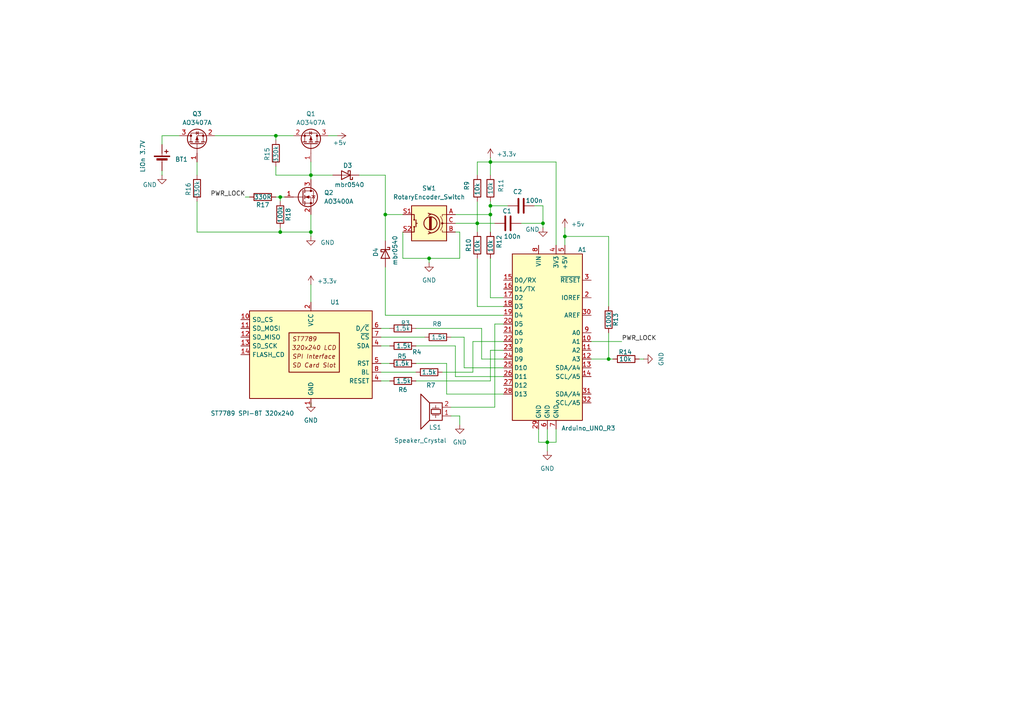
<source format=kicad_sch>
(kicad_sch (version 20250114) (generator "eeschema") (generator_version "9.0")
  (paper "A4")
  (lib_symbols
    (symbol "Device:Battery_Cell" (pin_numbers (hide yes)) (pin_names (offset 0) (hide yes))
      (property "Reference" "BT" (at 2.54 2.54 0))
      (property "Value" "Battery_Cell" (at 2.54 0 0))
      (symbol "Battery_Cell_0_1"
        (rectangle (start -2.286 1.778) (end 2.286 1.524) (fill (type outline)))
        (rectangle (start -1.524 1.016) (end 1.524 0.508) (fill (type outline)))
        (polyline (pts (xy 0 1.778) (xy 0 2.54)))
        (polyline (pts (xy 0 0.762) (xy 0 0)))
        (polyline (pts (xy 0.762 3.048) (xy 1.778 3.048)) (stroke (width 0.254)))
        (polyline (pts (xy 1.27 3.556) (xy 1.27 2.54)) (stroke (width 0.254)))
      )
      (symbol "Battery_Cell_1_1"
        (pin passive line (at 0 5.08 270) (length 2.54) (name "+") (number "1"))
        (pin passive line (at 0 -2.54 90) (length 2.54) (name "-") (number "2"))
      )
    )
    (symbol "Device:C" (pin_numbers (hide yes)) (pin_names (offset 0.254))
      (property "Reference" "C" (at 0.635 2.54 0))
      (property "Value" "C" (at 0.635 -2.54 0))
      (symbol "C_0_1"
        (polyline (pts (xy -2.032 0.762) (xy 2.032 0.762)) (stroke (width 0.508)))
        (polyline (pts (xy -2.032 -0.762) (xy 2.032 -0.762)) (stroke (width 0.508)))
      )
      (symbol "C_1_1"
        (pin passive line (at 0 3.81 270) (length 2.794) (name "~") (number "1"))
        (pin passive line (at 0 -3.81 90) (length 2.794) (name "~") (number "2"))
      )
    )
    (symbol "Device:D_Schottky" (pin_numbers (hide yes)) (pin_names (offset 1.016) (hide yes))
      (property "Reference" "D" (at 0 2.54 0))
      (property "Value" "D_Schottky" (at 0 -2.54 0))
      (symbol "D_Schottky_0_1"
        (polyline (pts (xy -1.905 0.635) (xy -1.905 1.27) (xy -1.27 1.27) (xy -1.27 -1.27) (xy -0.635 -1.27) (xy -0.635 -0.635)) (stroke (width 0.254)))
        (polyline (pts (xy 1.27 1.27) (xy 1.27 -1.27) (xy -1.27 0) (xy 1.27 1.27)) (stroke (width 0.254)))
        (polyline (pts (xy 1.27 0) (xy -1.27 0)))
      )
      (symbol "D_Schottky_1_1"
        (pin passive line (at -3.81 0 0) (length 2.54) (name "K") (number "1"))
        (pin passive line (at 3.81 0 180) (length 2.54) (name "A") (number "2"))
      )
    )
    (symbol "Device:R" (pin_numbers (hide yes)) (pin_names (offset 0))
      (property "Reference" "R" (at 2.032 0 90))
      (property "Value" "R" (at 0 0 90))
      (symbol "R_0_1"
        (rectangle (start -1.016 -2.54) (end 1.016 2.54) (stroke (width 0.254)))
      )
      (symbol "R_1_1"
        (pin passive line (at 0 3.81 270) (length 1.27) (name "~") (number "1"))
        (pin passive line (at 0 -3.81 90) (length 1.27) (name "~") (number "2"))
      )
    )
    (symbol "Device:RotaryEncoder_Switch" (pin_names (offset 0.254) (hide yes))
      (property "Reference" "SW" (at 0 6.604 0))
      (property "Value" "RotaryEncoder_Switch" (at 0 -6.604 0))
      (symbol "RotaryEncoder_Switch_0_1"
        (rectangle (start -5.08 5.08) (end 5.08 -5.08) (stroke (width 0.254)) (fill (type background)))
        (polyline (pts (xy -5.08 2.54) (xy -3.81 2.54) (xy -3.81 2.032)))
        (polyline (pts (xy -5.08 0) (xy -3.81 0) (xy -3.81 -1.016) (xy -3.302 -2.032)))
        (polyline (pts (xy -5.08 -2.54) (xy -3.81 -2.54) (xy -3.81 -2.032)))
        (polyline (pts (xy -4.318 0) (xy -3.81 0) (xy -3.81 1.016) (xy -3.302 2.032)))
        (circle (center -3.81 0) (radius 0.254) (fill (type outline)))
        (polyline (pts (xy -0.635 -1.778) (xy -0.635 1.778)) (stroke (width 0.254)))
        (circle (center -0.381 0) (radius 1.905) (stroke (width 0.254)))
        (polyline (pts (xy -0.381 -1.778) (xy -0.381 1.778)) (stroke (width 0.254)))
        (arc (start -0.381 -2.794) (mid -3.0988 -0.0635) (end -0.381 2.667) (stroke (width 0.254)))
        (polyline (pts (xy -0.127 1.778) (xy -0.127 -1.778)) (stroke (width 0.254)))
        (polyline (pts (xy 0.254 2.921) (xy -0.508 2.667) (xy 0.127 2.286)) (stroke (width 0.254)))
        (polyline (pts (xy 0.254 -3.048) (xy -0.508 -2.794) (xy 0.127 -2.413)) (stroke (width 0.254)))
        (polyline (pts (xy 3.81 1.016) (xy 3.81 -1.016)) (stroke (width 0.254)))
        (polyline (pts (xy 3.81 0) (xy 3.429 0)) (stroke (width 0.254)))
        (circle (center 4.318 1.016) (radius 0.127) (stroke (width 0.254)))
        (circle (center 4.318 -1.016) (radius 0.127) (stroke (width 0.254)))
        (polyline (pts (xy 5.08 2.54) (xy 4.318 2.54) (xy 4.318 1.016)) (stroke (width 0.254)))
        (polyline (pts (xy 5.08 -2.54) (xy 4.318 -2.54) (xy 4.318 -1.016)) (stroke (width 0.254)))
      )
      (symbol "RotaryEncoder_Switch_1_1"
        (pin passive line (at -7.62 2.54 0) (length 2.54) (name "A") (number "A"))
        (pin passive line (at -7.62 0 0) (length 2.54) (name "C") (number "C"))
        (pin passive line (at -7.62 -2.54 0) (length 2.54) (name "B") (number "B"))
        (pin passive line (at 7.62 2.54 180) (length 2.54) (name "S1") (number "S1"))
        (pin passive line (at 7.62 -2.54 180) (length 2.54) (name "S2") (number "S2"))
      )
    )
    (symbol "Device:Speaker_Crystal" (pin_names (offset 0) (hide yes))
      (property "Reference" "LS" (at 0.635 5.715 0))
      (property "Value" "Speaker_Crystal" (at 0.635 3.81 0))
      (symbol "Speaker_Crystal_0_0"
        (rectangle (start -2.54 1.27) (end 1.143 -3.81) (stroke (width 0.254)))
        (rectangle (start -2.032 -0.635) (end 0.635 -1.905) (stroke (width 0.254)))
        (polyline (pts (xy -1.651 -0.254) (xy 0.381 -0.254)))
        (polyline (pts (xy -1.651 -2.286) (xy 0.381 -2.286)))
        (polyline (pts (xy -0.635 -0.254) (xy -0.635 0.508)))
        (polyline (pts (xy -0.635 -2.286) (xy -0.635 -3.048)))
        (polyline (pts (xy 1.143 1.27) (xy 3.683 3.81) (xy 3.683 -6.35) (xy 1.143 -3.81)) (stroke (width 0.254)))
      )
      (symbol "Speaker_Crystal_1_1"
        (pin input line (at -5.08 0 0) (length 2.54) (name "1") (number "1"))
        (pin input line (at -5.08 -2.54 0) (length 2.54) (name "2") (number "2"))
      )
    )
    (symbol "Driver_Display:CR2013-MI2120" (pin_names (offset 0.762))
      (property "Reference" "U?" (at -3.0165 17.78 0))
      (property "Value" "ST7789 SPI-8T 320x240" (at -3.0165 15.24 0))
      (symbol "CR2013-MI2120_0_0"
        (text "SPI Interface" (at -5.461 -0.508 0) (effects (font (size 1.27 1.27) (italic yes)) (justify left)))
        (text "SD Card Slot" (at -5.461 -3.048 0) (effects (font (size 1.27 1.27) (italic yes)) (justify left)))
        (text "320x240 LCD" (at 0.889 2.032 0) (effects (font (size 1.27 1.27) (italic yes))))
      )
      (symbol "CR2013-MI2120_0_1"
        (rectangle (start -17.78 12.7) (end 17.78 -12.7) (stroke (width 0.254)) (fill (type background)))
        (rectangle (start -6.35 6.35) (end 8.255 -5.08) (stroke (width 0.254)))
      )
      (symbol "CR2013-MI2120_1_0"
        (text "ST7789" (at -5.461 4.572 0) (effects (font (size 1.27 1.27) (italic yes)) (justify left)))
      )
      (symbol "CR2013-MI2120_1_1"
        (pin input line (at -20.32 10.16 0) (length 2.54) (name "SD_CS") (number "10"))
        (pin input line (at -20.32 7.62 0) (length 2.54) (name "SD_MOSI") (number "11"))
        (pin output line (at -20.32 5.08 0) (length 2.54) (name "SD_MISO") (number "12"))
        (pin input line (at -20.32 2.54 0) (length 2.54) (name "SD_SCK") (number "13"))
        (pin input line (at -20.32 0 0) (length 2.54) (name "FLASH_CD") (number "14"))
        (pin power_in line (at 0 15.24 270) (length 2.54) (name "VCC") (number "2"))
        (pin power_in line (at 0 -15.24 90) (length 2.54) (name "GND") (number "1"))
        (pin input line (at 20.32 7.62 180) (length 2.54) (name "D/~{C}") (number "6"))
        (pin input line (at 20.32 5.08 180) (length 2.54) (name "~{CS}") (number "7"))
        (pin input line (at 20.32 2.54 180) (length 2.54) (name "SDA") (number "4"))
        (pin input line (at 20.32 -2.54 180) (length 2.54) (name "RST") (number "5"))
        (pin input line (at 20.32 -5.08 180) (length 2.54) (name "BL") (number "8"))
        (pin input line (at 20.32 -7.62 180) (length 2.54) (name "RESET") (number "4"))
      )
    )
    (symbol "MCU_Module:Arduino_UNO_R3"
      (property "Reference" "A" (at -10.16 23.495 0))
      (property "Value" "Arduino_UNO_R3" (at 5.08 -26.67 0))
      (symbol "Arduino_UNO_R3_0_1"
        (rectangle (start -10.16 22.86) (end 10.16 -25.4) (stroke (width 0.254)) (fill (type background)))
      )
      (symbol "Arduino_UNO_R3_1_1"
        (pin bidirectional line (at -12.7 15.24 0) (length 2.54) (name "D0/RX") (number "15"))
        (pin bidirectional line (at -12.7 12.7 0) (length 2.54) (name "D1/TX") (number "16"))
        (pin bidirectional line (at -12.7 10.16 0) (length 2.54) (name "D2") (number "17"))
        (pin bidirectional line (at -12.7 7.62 0) (length 2.54) (name "D3") (number "18"))
        (pin bidirectional line (at -12.7 5.08 0) (length 2.54) (name "D4") (number "19"))
        (pin bidirectional line (at -12.7 2.54 0) (length 2.54) (name "D5") (number "20"))
        (pin bidirectional line (at -12.7 0 0) (length 2.54) (name "D6") (number "21"))
        (pin bidirectional line (at -12.7 -2.54 0) (length 2.54) (name "D7") (number "22"))
        (pin bidirectional line (at -12.7 -5.08 0) (length 2.54) (name "D8") (number "23"))
        (pin bidirectional line (at -12.7 -7.62 0) (length 2.54) (name "D9") (number "24"))
        (pin bidirectional line (at -12.7 -10.16 0) (length 2.54) (name "D10") (number "25"))
        (pin bidirectional line (at -12.7 -12.7 0) (length 2.54) (name "D11") (number "26"))
        (pin bidirectional line (at -12.7 -15.24 0) (length 2.54) (name "D12") (number "27"))
        (pin bidirectional line (at -12.7 -17.78 0) (length 2.54) (name "D13") (number "28"))
        (pin no_connect line (at -10.16 -20.32 0) (length 2.54) (hide yes) (name "NC") (number "1"))
        (pin power_in line (at -2.54 25.4 270) (length 2.54) (name "VIN") (number "8"))
        (pin power_in line (at -2.54 -27.94 90) (length 2.54) (name "GND") (number "29"))
        (pin power_in line (at 0 -27.94 90) (length 2.54) (name "GND") (number "6"))
        (pin power_out line (at 2.54 25.4 270) (length 2.54) (name "3V3") (number "4"))
        (pin power_in line (at 2.54 -27.94 90) (length 2.54) (name "GND") (number "7"))
        (pin power_out line (at 5.08 25.4 270) (length 2.54) (name "+5V") (number "5"))
        (pin input line (at 12.7 15.24 180) (length 2.54) (name "~{RESET}") (number "3"))
        (pin output line (at 12.7 10.16 180) (length 2.54) (name "IOREF") (number "2"))
        (pin input line (at 12.7 5.08 180) (length 2.54) (name "AREF") (number "30"))
        (pin bidirectional line (at 12.7 0 180) (length 2.54) (name "A0") (number "9"))
        (pin bidirectional line (at 12.7 -2.54 180) (length 2.54) (name "A1") (number "10"))
        (pin bidirectional line (at 12.7 -5.08 180) (length 2.54) (name "A2") (number "11"))
        (pin bidirectional line (at 12.7 -7.62 180) (length 2.54) (name "A3") (number "12"))
        (pin bidirectional line (at 12.7 -10.16 180) (length 2.54) (name "SDA/A4") (number "13"))
        (pin bidirectional line (at 12.7 -12.7 180) (length 2.54) (name "SCL/A5") (number "14"))
        (pin bidirectional line (at 12.7 -17.78 180) (length 2.54) (name "SDA/A4") (number "31"))
        (pin bidirectional line (at 12.7 -20.32 180) (length 2.54) (name "SCL/A5") (number "32"))
      )
    )
    (symbol "Transistor_FET:AO3400A" (pin_names (hide yes))
      (property "Reference" "Q" (at 5.08 1.905 0))
      (property "Value" "AO3400A" (at 5.08 0 0))
      (symbol "AO3400A_0_1"
        (polyline (pts (xy 0.254 1.905) (xy 0.254 -1.905)) (stroke (width 0.254)))
        (polyline (pts (xy 0.254 0) (xy -2.54 0)))
        (polyline (pts (xy 0.762 2.286) (xy 0.762 1.27)) (stroke (width 0.254)))
        (polyline (pts (xy 0.762 0.508) (xy 0.762 -0.508)) (stroke (width 0.254)))
        (polyline (pts (xy 0.762 -1.27) (xy 0.762 -2.286)) (stroke (width 0.254)))
        (polyline (pts (xy 0.762 -1.778) (xy 3.302 -1.778) (xy 3.302 1.778) (xy 0.762 1.778)))
        (polyline (pts (xy 1.016 0) (xy 2.032 0.381) (xy 2.032 -0.381) (xy 1.016 0)) (fill (type outline)))
        (circle (center 1.651 0) (radius 2.794) (stroke (width 0.254)))
        (polyline (pts (xy 2.54 2.54) (xy 2.54 1.778)))
        (circle (center 2.54 1.778) (radius 0.254) (fill (type outline)))
        (circle (center 2.54 -1.778) (radius 0.254) (fill (type outline)))
        (polyline (pts (xy 2.54 -2.54) (xy 2.54 0) (xy 0.762 0)))
        (polyline (pts (xy 2.794 0.508) (xy 2.921 0.381) (xy 3.683 0.381) (xy 3.81 0.254)))
        (polyline (pts (xy 3.302 0.381) (xy 2.921 -0.254) (xy 3.683 -0.254) (xy 3.302 0.381)))
      )
      (symbol "AO3400A_1_1"
        (pin input line (at -5.08 0 0) (length 2.54) (name "G") (number "1"))
        (pin passive line (at 2.54 5.08 270) (length 2.54) (name "D") (number "3"))
        (pin passive line (at 2.54 -5.08 90) (length 2.54) (name "S") (number "2"))
      )
    )
    (symbol "Transistor_FET:AO3401A" (pin_names (hide yes))
      (property "Reference" "Q" (at 5.08 1.905 0))
      (property "Value" "AO3401A" (at 5.08 0 0))
      (symbol "AO3401A_0_1"
        (polyline (pts (xy 0.254 1.905) (xy 0.254 -1.905)) (stroke (width 0.254)))
        (polyline (pts (xy 0.254 0) (xy -2.54 0)))
        (polyline (pts (xy 0.762 2.286) (xy 0.762 1.27)) (stroke (width 0.254)))
        (polyline (pts (xy 0.762 1.778) (xy 3.302 1.778) (xy 3.302 -1.778) (xy 0.762 -1.778)))
        (polyline (pts (xy 0.762 0.508) (xy 0.762 -0.508)) (stroke (width 0.254)))
        (polyline (pts (xy 0.762 -1.27) (xy 0.762 -2.286)) (stroke (width 0.254)))
        (circle (center 1.651 0) (radius 2.794) (stroke (width 0.254)))
        (polyline (pts (xy 2.286 0) (xy 1.27 0.381) (xy 1.27 -0.381) (xy 2.286 0)) (fill (type outline)))
        (polyline (pts (xy 2.54 2.54) (xy 2.54 1.778)))
        (circle (center 2.54 1.778) (radius 0.254) (fill (type outline)))
        (circle (center 2.54 -1.778) (radius 0.254) (fill (type outline)))
        (polyline (pts (xy 2.54 -2.54) (xy 2.54 0) (xy 0.762 0)))
        (polyline (pts (xy 2.794 -0.508) (xy 2.921 -0.381) (xy 3.683 -0.381) (xy 3.81 -0.254)))
        (polyline (pts (xy 3.302 -0.381) (xy 2.921 0.254) (xy 3.683 0.254) (xy 3.302 -0.381)))
      )
      (symbol "AO3401A_1_1"
        (pin input line (at -5.08 0 0) (length 2.54) (name "G") (number "1"))
        (pin passive line (at 2.54 5.08 270) (length 2.54) (name "D") (number "3"))
        (pin passive line (at 2.54 -5.08 90) (length 2.54) (name "S") (number "2"))
      )
    )
    (symbol "power:+3.3V" (power) (pin_numbers (hide yes)) (pin_names (offset 0) (hide yes))
      (property "Value" "+3.3V" (at 0 3.556 0))
      (symbol "+3.3V_0_1"
        (polyline (pts (xy -0.762 1.27) (xy 0 2.54)))
        (polyline (pts (xy 0 2.54) (xy 0.762 1.27)))
        (polyline (pts (xy 0 0) (xy 0 2.54)))
      )
      (symbol "+3.3V_1_1"
        (pin power_in line (at 0 0 90) (length 0) (name "~") (number "1"))
      )
    )
    (symbol "power:GND" (power) (pin_numbers (hide yes)) (pin_names (offset 0) (hide yes))
      (property "Value" "GND" (at 0 -3.81 0))
      (symbol "GND_0_1"
        (polyline (pts (xy 0 0) (xy 0 -1.27) (xy 1.27 -1.27) (xy 0 -2.54) (xy -1.27 -1.27) (xy 0 -1.27)))
      )
      (symbol "GND_1_1"
        (pin power_in line (at 0 0 270) (length 0) (name "~") (number "1"))
      )
    )
  )
  (junction (at 80.01 39.37))
  (junction (at 176.53 104.14))
  (junction (at 142.24 46.99))
  (junction (at 81.28 57.15))
  (junction (at 142.24 59.69))
  (junction (at 158.75 128.27))
  (junction (at 138.43 64.77))
  (junction (at 142.24 62.23))
  (junction (at 163.83 68.58))
  (junction (at 81.28 67.31))
  (junction (at 90.17 67.31))
  (junction (at 124.46 74.93))
  (junction (at 90.17 50.8))
  (junction (at 157.48 64.77))
  (junction (at 111.76 62.23))
  (wire (pts (xy 111.76 77.47) (xy 111.76 91.44)))
  (wire (pts (xy 185.42 104.14) (xy 186.69 104.14)))
  (wire (pts (xy 161.29 128.27) (xy 161.29 124.46)))
  (wire (pts (xy 163.83 68.58) (xy 176.53 68.58)))
  (wire (pts (xy 110.49 110.49) (xy 113.03 110.49)))
  (wire (pts (xy 142.24 58.42) (xy 142.24 59.69)))
  (wire (pts (xy 111.76 50.8) (xy 111.76 62.23)))
  (wire (pts (xy 133.35 123.19) (xy 133.35 120.65)))
  (wire (pts (xy 130.81 97.79) (xy 134.62 97.79)))
  (wire (pts (xy 157.48 59.69) (xy 157.48 64.77)))
  (wire (pts (xy 157.48 64.77) (xy 157.48 66.04)))
  (wire (pts (xy 137.16 99.06) (xy 146.05 99.06)))
  (wire (pts (xy 176.53 96.52) (xy 176.53 104.14)))
  (wire (pts (xy 120.65 95.25) (xy 139.7 95.25)))
  (wire (pts (xy 158.75 128.27) (xy 158.75 130.81)))
  (wire (pts (xy 139.7 104.14) (xy 146.05 104.14)))
  (wire (pts (xy 129.54 105.41) (xy 129.54 114.3)))
  (wire (pts (xy 156.21 124.46) (xy 156.21 128.27)))
  (wire (pts (xy 138.43 46.99) (xy 142.24 46.99)))
  (wire (pts (xy 80.01 48.26) (xy 80.01 50.8)))
  (wire (pts (xy 116.84 74.93) (xy 124.46 74.93)))
  (wire (pts (xy 132.08 109.22) (xy 146.05 109.22)))
  (wire (pts (xy 90.17 118.11) (xy 90.17 116.84)))
  (wire (pts (xy 138.43 64.77) (xy 132.08 64.77)))
  (wire (pts (xy 163.83 68.58) (xy 163.83 71.12)))
  (wire (pts (xy 137.16 107.95) (xy 137.16 99.06)))
  (wire (pts (xy 111.76 62.23) (xy 116.84 62.23)))
  (wire (pts (xy 142.24 45.72) (xy 142.24 46.99)))
  (wire (pts (xy 128.27 107.95) (xy 137.16 107.95)))
  (wire (pts (xy 110.49 107.95) (xy 120.65 107.95)))
  (wire (pts (xy 143.51 118.11) (xy 143.51 93.98)))
  (wire (pts (xy 81.28 57.15) (xy 81.28 58.42)))
  (wire (pts (xy 90.17 67.31) (xy 90.17 68.58)))
  (wire (pts (xy 80.01 39.37) (xy 80.01 40.64)))
  (wire (pts (xy 134.62 97.79) (xy 134.62 106.68)))
  (wire (pts (xy 104.14 50.8) (xy 111.76 50.8)))
  (wire (pts (xy 90.17 50.8) (xy 96.52 50.8)))
  (wire (pts (xy 90.17 50.8) (xy 90.17 52.07)))
  (wire (pts (xy 46.99 49.53) (xy 46.99 50.8)))
  (wire (pts (xy 142.24 110.49) (xy 142.24 101.6)))
  (wire (pts (xy 133.35 67.31) (xy 133.35 74.93)))
  (wire (pts (xy 71.12 57.15) (xy 72.39 57.15)))
  (wire (pts (xy 80.01 50.8) (xy 90.17 50.8)))
  (wire (pts (xy 81.28 67.31) (xy 81.28 66.04)))
  (wire (pts (xy 57.15 46.99) (xy 57.15 50.8)))
  (wire (pts (xy 176.53 68.58) (xy 176.53 88.9)))
  (wire (pts (xy 130.81 118.11) (xy 143.51 118.11)))
  (wire (pts (xy 163.83 66.04) (xy 163.83 68.58)))
  (wire (pts (xy 142.24 59.69) (xy 147.32 59.69)))
  (wire (pts (xy 90.17 62.23) (xy 90.17 67.31)))
  (wire (pts (xy 138.43 50.8) (xy 138.43 46.99)))
  (wire (pts (xy 57.15 67.31) (xy 81.28 67.31)))
  (wire (pts (xy 124.46 74.93) (xy 124.46 76.2)))
  (wire (pts (xy 111.76 62.23) (xy 111.76 69.85)))
  (wire (pts (xy 138.43 58.42) (xy 138.43 64.77)))
  (wire (pts (xy 161.29 46.99) (xy 161.29 71.12)))
  (wire (pts (xy 110.49 100.33) (xy 113.03 100.33)))
  (wire (pts (xy 176.53 104.14) (xy 177.8 104.14)))
  (wire (pts (xy 90.17 46.99) (xy 90.17 50.8)))
  (wire (pts (xy 120.65 100.33) (xy 132.08 100.33)))
  (wire (pts (xy 133.35 120.65) (xy 130.81 120.65)))
  (wire (pts (xy 111.76 91.44) (xy 146.05 91.44)))
  (wire (pts (xy 120.65 105.41) (xy 129.54 105.41)))
  (wire (pts (xy 139.7 95.25) (xy 139.7 104.14)))
  (wire (pts (xy 110.49 105.41) (xy 113.03 105.41)))
  (wire (pts (xy 171.45 104.14) (xy 176.53 104.14)))
  (wire (pts (xy 134.62 106.68) (xy 146.05 106.68)))
  (wire (pts (xy 154.94 59.69) (xy 157.48 59.69)))
  (wire (pts (xy 158.75 128.27) (xy 161.29 128.27)))
  (wire (pts (xy 132.08 100.33) (xy 132.08 109.22)))
  (wire (pts (xy 90.17 82.55) (xy 90.17 87.63)))
  (wire (pts (xy 46.99 39.37) (xy 52.07 39.37)))
  (wire (pts (xy 46.99 41.91) (xy 46.99 39.37)))
  (wire (pts (xy 95.25 39.37) (xy 97.79 39.37)))
  (wire (pts (xy 171.45 99.06) (xy 180.34 99.06)))
  (wire (pts (xy 80.01 39.37) (xy 85.09 39.37)))
  (wire (pts (xy 138.43 67.31) (xy 138.43 64.77)))
  (wire (pts (xy 120.65 110.49) (xy 142.24 110.49)))
  (wire (pts (xy 142.24 59.69) (xy 142.24 62.23)))
  (wire (pts (xy 158.75 124.46) (xy 158.75 128.27)))
  (wire (pts (xy 138.43 88.9) (xy 138.43 74.93)))
  (wire (pts (xy 143.51 93.98) (xy 146.05 93.98)))
  (wire (pts (xy 81.28 67.31) (xy 90.17 67.31)))
  (wire (pts (xy 142.24 86.36) (xy 146.05 86.36)))
  (wire (pts (xy 151.13 64.77) (xy 157.48 64.77)))
  (wire (pts (xy 62.23 39.37) (xy 80.01 39.37)))
  (wire (pts (xy 142.24 74.93) (xy 142.24 86.36)))
  (wire (pts (xy 142.24 101.6) (xy 146.05 101.6)))
  (wire (pts (xy 124.46 74.93) (xy 133.35 74.93)))
  (wire (pts (xy 57.15 58.42) (xy 57.15 67.31)))
  (wire (pts (xy 110.49 97.79) (xy 123.19 97.79)))
  (wire (pts (xy 116.84 67.31) (xy 116.84 74.93)))
  (wire (pts (xy 132.08 62.23) (xy 142.24 62.23)))
  (wire (pts (xy 142.24 62.23) (xy 142.24 67.31)))
  (wire (pts (xy 138.43 88.9) (xy 146.05 88.9)))
  (wire (pts (xy 81.28 57.15) (xy 82.55 57.15)))
  (wire (pts (xy 132.08 67.31) (xy 133.35 67.31)))
  (wire (pts (xy 142.24 46.99) (xy 142.24 50.8)))
  (wire (pts (xy 80.01 57.15) (xy 81.28 57.15)))
  (wire (pts (xy 138.43 64.77) (xy 143.51 64.77)))
  (wire (pts (xy 110.49 95.25) (xy 113.03 95.25)))
  (wire (pts (xy 129.54 114.3) (xy 146.05 114.3)))
  (wire (pts (xy 156.21 128.27) (xy 158.75 128.27)))
  (wire (pts (xy 142.24 46.99) (xy 161.29 46.99)))
  (label "PWR_LOCK" (at 71.12 57.15 180))
  (label "PWR_LOCK" (at 180.34 99.06 0))
  (symbol (lib_id "Driver_Display:CR2013-MI2120") (at 90.17 102.87 0) (unit 1)
    (property "Reference" "U1" (at 98.552 87.63 0) (effects (justify right)))
    (property "Value" "ST7789 SPI-8T 320x240" (at 85.344 119.888 0) (effects (justify right)))
    (property "Footprint" "Display:CR2013-MI2120" (effects (hide yes)))
    (property "Datasheet" "http://pan.baidu.com/s/11Y990" (effects (hide yes)))
    (property "Description" "ILI9341 controller, SPI TFT LCD Display, 9-pin breakout PCB, 4-pin SD card interface, 5V/3.3V" (effects (hide yes)))
  )
  (symbol (lib_id "Device:R") (at 138.43 54.61 0) (unit 1)
    (property "Reference" "R9" (at 135.382 53.848 90))
    (property "Value" "10k" (at 138.43 54.864 90))
    (property "Footprint" "Resistor_SMD:R_0603_1608Metric" (effects (hide yes)))
    (property "Description" "Resistor" (effects (hide yes)))
  )
  (symbol (lib_id "Device:R") (at 57.15 54.61 180) (unit 1)
    (property "Reference" "R16" (at 54.61 54.864 90))
    (property "Value" "330k" (at 57.15 54.864 90))
    (property "Footprint" "Resistor_SMD:R_0603_1608Metric" (effects (hide yes)))
    (property "Description" "Resistor" (effects (hide yes)))
  )
  (symbol (lib_id "Device:R") (at 116.84 105.41 90) (unit 1)
    (property "Reference" "R5" (at 116.586 103.378 90))
    (property "Value" "1.5k" (at 116.586 105.41 90))
    (property "Footprint" "Resistor_SMD:R_0603_1608Metric" (effects (hide yes)))
    (property "Description" "Resistor" (effects (hide yes)))
  )
  (symbol (lib_id "Device:R") (at 116.84 95.25 90) (unit 1)
    (property "Reference" "R3" (at 117.602 93.726 90))
    (property "Value" "1.5k" (at 116.84 95.25 90))
    (property "Footprint" "Resistor_SMD:R_0603_1608Metric" (effects (hide yes)))
    (property "Description" "Resistor" (effects (hide yes)))
  )
  (symbol (lib_id "Device:C") (at 147.32 64.77 90) (unit 1)
    (property "Reference" "C1" (at 147.066 61.214 90))
    (property "Value" "100n" (at 148.59 68.58 90))
    (property "Footprint" "Capacitor_SMD:C_0603_1608Metric" (effects (hide yes)))
    (property "Description" "Unpolarized capacitor" (effects (hide yes)))
  )
  (symbol (lib_id "Device:Speaker_Crystal") (at 125.73 120.65 180) (unit 1)
    (property "Reference" "LS1" (at 126.238 123.952 0))
    (property "Value" "Speaker_Crystal" (at 121.92 127.762 0))
    (property "Description" "Crystal speaker/transducer" (effects (hide yes)))
  )
  (symbol (lib_id "power:+3.3V") (at 90.17 82.55 0) (unit 1)
    (property "Reference" "#PWR012" (effects (hide yes)))
    (property "Value" "+3.3v" (at 91.948 81.534 0) (effects (justify left)))
    (property "Description" "Power symbol creates a global label with name \"+3.3V\"" (effects (hide yes)))
  )
  (symbol (lib_id "Device:C") (at 151.13 59.69 90) (unit 1)
    (property "Reference" "C2" (at 150.114 55.626 90))
    (property "Value" "100n" (at 154.94 58.166 90))
    (property "Footprint" "Capacitor_SMD:C_0603_1608Metric" (effects (hide yes)))
    (property "Description" "Unpolarized capacitor" (effects (hide yes)))
  )
  (symbol (lib_id "Device:R") (at 181.61 104.14 270) (unit 1)
    (property "Reference" "R14" (at 181.356 102.108 90))
    (property "Value" "10k" (at 181.356 104.14 90))
    (property "Footprint" "Resistor_SMD:R_0603_1608Metric" (effects (hide yes)))
    (property "Description" "Resistor" (effects (hide yes)))
  )
  (symbol (lib_id "Transistor_FET:AO3401A") (at 90.17 41.91 270) (mirror x) (unit 1)
    (property "Reference" "Q1" (at 90.17 33.02 90))
    (property "Value" "AO3407A" (at 90.17 35.56 90))
    (property "Footprint" "Package_TO_SOT_SMD:SOT-23" (effects (hide yes)))
    (property "Datasheet" "http://www.aosmd.com/pdfs/datasheet/AO3401A.pdf" (effects (hide yes)))
    (property "Description" "-4.0A Id, -30V Vds, P-Channel MOSFET, SOT-23" (effects (hide yes)))
  )
  (symbol (lib_id "power:GND") (at 157.48 66.04 0) (unit 1)
    (property "Reference" "#PWR06" (effects (hide yes)))
    (property "Value" "GND" (at 154.432 66.548 0))
    (property "Description" "Power symbol creates a global label with name \"GND\" , ground" (effects (hide yes)))
  )
  (symbol (lib_id "power:GND") (at 158.75 130.81 0) (unit 1)
    (property "Reference" "#PWR07" (effects (hide yes)))
    (property "Value" "GND" (at 158.75 135.89 0))
    (property "Description" "Power symbol creates a global label with name \"GND\" , ground" (effects (hide yes)))
  )
  (symbol (lib_id "Device:R") (at 138.43 71.12 0) (unit 1)
    (property "Reference" "R10" (at 135.89 71.12 90))
    (property "Value" "10k" (at 138.43 71.374 90))
    (property "Footprint" "Resistor_SMD:R_0603_1608Metric" (effects (hide yes)))
    (property "Description" "Resistor" (effects (hide yes)))
  )
  (symbol (lib_id "Transistor_FET:AO3401A") (at 57.15 41.91 90) (unit 1)
    (property "Reference" "Q3" (at 57.15 33.02 90))
    (property "Value" "AO3407A" (at 57.15 35.56 90))
    (property "Footprint" "Package_TO_SOT_SMD:SOT-23" (effects (hide yes)))
    (property "Datasheet" "http://www.aosmd.com/pdfs/datasheet/AO3401A.pdf" (effects (hide yes)))
    (property "Description" "-4.0A Id, -30V Vds, P-Channel MOSFET, SOT-23" (effects (hide yes)))
  )
  (symbol (lib_id "Device:R") (at 176.53 92.71 180) (unit 1)
    (property "Reference" "R13" (at 178.562 92.71 90))
    (property "Value" "100k" (at 176.53 92.71 90))
    (property "Footprint" "Resistor_SMD:R_0603_1608Metric" (effects (hide yes)))
    (property "Description" "Resistor" (effects (hide yes)))
  )
  (symbol (lib_id "power:GND") (at 46.99 50.8 0) (unit 1)
    (property "Reference" "#PWR01" (effects (hide yes)))
    (property "Value" "GND" (at 43.434 53.594 0))
    (property "Description" "Power symbol creates a global label with name \"GND\" , ground" (effects (hide yes)))
  )
  (symbol (lib_id "Device:R") (at 81.28 62.23 0) (unit 1)
    (property "Reference" "R18" (at 83.566 62.23 90))
    (property "Value" "100k" (at 81.28 62.23 90))
    (property "Footprint" "Resistor_SMD:R_0603_1608Metric" (effects (hide yes)))
    (property "Description" "Resistor" (effects (hide yes)))
  )
  (symbol (lib_id "power:GND") (at 186.69 104.14 90) (unit 1)
    (property "Reference" "#PWR08" (effects (hide yes)))
    (property "Value" "GND" (at 191.77 104.14 0))
    (property "Description" "Power symbol creates a global label with name \"GND\" , ground" (effects (hide yes)))
  )
  (symbol (lib_id "Device:D_Schottky") (at 100.33 50.8 180) (unit 1)
    (property "Reference" "D3" (at 100.838 48.006 0))
    (property "Value" "mbr0540" (at 101.346 53.594 0))
    (property "Description" "Schottky diode" (effects (hide yes)))
  )
  (symbol (lib_id "power:+3.3V") (at 97.79 39.37 270) (unit 1)
    (property "Reference" "#PWR04" (effects (hide yes)))
    (property "Value" "+5v" (at 96.52 41.402 90) (effects (justify left)))
    (property "Description" "Power symbol creates a global label with name \"+3.3V\"" (effects (hide yes)))
  )
  (symbol (lib_id "Device:R") (at 80.01 44.45 180) (unit 1)
    (property "Reference" "R15" (at 77.47 44.704 90))
    (property "Value" "330k" (at 80.01 44.704 90))
    (property "Footprint" "Resistor_SMD:R_0603_1608Metric" (effects (hide yes)))
    (property "Description" "Resistor" (effects (hide yes)))
  )
  (symbol (lib_id "power:+3.3V") (at 142.24 45.72 0) (unit 1)
    (property "Reference" "#PWR011" (effects (hide yes)))
    (property "Value" "+3.3v" (at 144.018 44.704 0) (effects (justify left)))
    (property "Description" "Power symbol creates a global label with name \"+3.3V\"" (effects (hide yes)))
  )
  (symbol (lib_id "Device:R") (at 116.84 100.33 90) (unit 1)
    (property "Reference" "R4" (at 120.904 102.108 90))
    (property "Value" "1.5k" (at 117.094 100.33 90))
    (property "Footprint" "Resistor_SMD:R_0603_1608Metric" (effects (hide yes)))
    (property "Description" "Resistor" (effects (hide yes)))
  )
  (symbol (lib_id "Device:RotaryEncoder_Switch") (at 124.46 64.77 0) (mirror y) (unit 1)
    (property "Reference" "SW1" (at 124.46 54.61 0))
    (property "Value" "RotaryEncoder_Switch" (at 124.46 57.15 0))
    (property "Footprint" "Rotary_Encoder:RotaryEncoder_Alps_EC11E-Switch_Vertical_H20mm" (effects (hide yes)))
    (property "Description" "Rotary encoder, dual channel, incremental quadrate outputs, with switch" (effects (hide yes)))
  )
  (symbol (lib_id "Device:D_Schottky") (at 111.76 73.66 270) (unit 1)
    (property "Reference" "D4" (at 108.966 73.152 0))
    (property "Value" "mbr0540" (at 114.554 72.644 0))
    (property "Description" "Schottky diode" (effects (hide yes)))
  )
  (symbol (lib_id "Device:R") (at 127 97.79 90) (unit 1)
    (property "Reference" "R8" (at 126.746 93.98 90))
    (property "Value" "1.5k" (at 127.254 97.79 90))
    (property "Footprint" "Resistor_SMD:R_0603_1608Metric" (effects (hide yes)))
    (property "Description" "Resistor" (effects (hide yes)))
  )
  (symbol (lib_id "power:+3.3V") (at 163.83 66.04 0) (unit 1)
    (property "Reference" "#PWR010" (effects (hide yes)))
    (property "Value" "+5v" (at 165.608 65.024 0) (effects (justify left)))
    (property "Description" "Power symbol creates a global label with name \"+3.3V\"" (effects (hide yes)))
  )
  (symbol (lib_id "Device:Battery_Cell") (at 46.99 46.99 0) (unit 1)
    (property "Reference" "BT1" (at 50.8 46.228 0) (effects (justify left)))
    (property "Value" "LiOn 3.7V" (at 41.402 50.038 90) (effects (justify left)))
    (property "Description" "Single-cell battery" (effects (hide yes)))
  )
  (symbol (lib_id "MCU_Module:Arduino_UNO_R3") (at 158.75 96.52 0) (unit 1)
    (property "Reference" "A1" (at 167.64 72.39 0) (effects (justify left)))
    (property "Value" "Arduino_UNO_R3" (at 162.814 124.206 0) (effects (justify left)))
    (property "Footprint" "Module:Arduino_UNO_R3" (effects (hide yes)))
    (property "Datasheet" "https://www.arduino.cc/en/Main/arduinoBoardUno" (effects (hide yes)))
    (property "Description" "Arduino UNO Microcontroller Module, release 3" (effects (hide yes)))
  )
  (symbol (lib_id "power:GND") (at 90.17 68.58 0) (unit 1)
    (property "Reference" "#PWR09" (effects (hide yes)))
    (property "Value" "GND" (at 94.996 70.358 0))
    (property "Description" "Power symbol creates a global label with name \"GND\" , ground" (effects (hide yes)))
  )
  (symbol (lib_id "Device:R") (at 116.84 110.49 90) (unit 1)
    (property "Reference" "R6" (at 116.84 113.03 90))
    (property "Value" "1.5k" (at 117.094 110.49 90))
    (property "Footprint" "Resistor_SMD:R_0603_1608Metric" (effects (hide yes)))
    (property "Description" "Resistor" (effects (hide yes)))
  )
  (symbol (lib_id "power:GND") (at 90.17 116.84 0) (unit 1)
    (property "Reference" "#PWR02" (effects (hide yes)))
    (property "Value" "GND" (at 90.17 121.92 0))
    (property "Description" "Power symbol creates a global label with name \"GND\" , ground" (effects (hide yes)))
  )
  (symbol (lib_id "Device:R") (at 76.2 57.15 270) (unit 1)
    (property "Reference" "R17" (at 76.2 59.436 90))
    (property "Value" "330R" (at 76.2 57.15 90))
    (property "Footprint" "Resistor_SMD:R_0603_1608Metric" (effects (hide yes)))
    (property "Description" "Resistor" (effects (hide yes)))
  )
  (symbol (lib_id "Device:R") (at 142.24 71.12 0) (unit 1)
    (property "Reference" "R12" (at 144.78 70.104 90))
    (property "Value" "10k" (at 142.24 71.374 90))
    (property "Footprint" "Resistor_SMD:R_0603_1608Metric" (effects (hide yes)))
    (property "Description" "Resistor" (effects (hide yes)))
  )
  (symbol (lib_id "power:GND") (at 124.46 76.2 0) (unit 1)
    (property "Reference" "#PWR03" (effects (hide yes)))
    (property "Value" "GND" (at 124.46 81.28 0))
    (property "Description" "Power symbol creates a global label with name \"GND\" , ground" (effects (hide yes)))
  )
  (symbol (lib_id "Device:R") (at 142.24 54.61 0) (unit 1)
    (property "Reference" "R11" (at 145.288 53.848 90))
    (property "Value" "10k" (at 142.24 54.61 90))
    (property "Footprint" "Resistor_SMD:R_0603_1608Metric" (effects (hide yes)))
    (property "Description" "Resistor" (effects (hide yes)))
  )
  (symbol (lib_id "Transistor_FET:AO3400A") (at 87.63 57.15 0) (unit 1)
    (property "Reference" "Q2" (at 93.98 55.8799 0) (effects (justify left)))
    (property "Value" "AO3400A" (at 93.98 58.4199 0) (effects (justify left)))
    (property "Footprint" "Package_TO_SOT_SMD:SOT-23" (effects (hide yes)))
    (property "Datasheet" "http://www.aosmd.com/pdfs/datasheet/AO3400A.pdf" (effects (hide yes)))
    (property "Description" "30V Vds, 5.7A Id, N-Channel MOSFET, SOT-23" (effects (hide yes)))
  )
  (symbol (lib_id "power:GND") (at 133.35 123.19 0) (unit 1)
    (property "Reference" "#PWR05" (effects (hide yes)))
    (property "Value" "GND" (at 133.35 128.27 0))
    (property "Description" "Power symbol creates a global label with name \"GND\" , ground" (effects (hide yes)))
  )
  (symbol (lib_id "Device:R") (at 124.46 107.95 90) (unit 1)
    (property "Reference" "R7" (at 124.968 111.76 90))
    (property "Value" "1.5k" (at 124.46 107.95 90))
    (property "Footprint" "Resistor_SMD:R_0603_1608Metric" (effects (hide yes)))
    (property "Description" "Resistor" (effects (hide yes)))
  )
)
</source>
